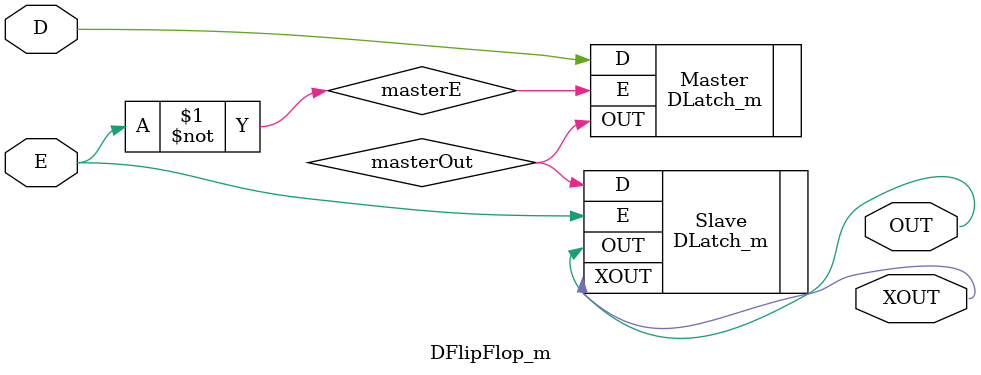
<source format=v>
`include "DLatch.v"

module DFlipFlop_m(

	input  wire E		,
	input  wire D		,

	output wire OUT		,
	output wire XOUT

);
	
	wire masterE;
	wire masterOut;

	assign masterE = ~E;


	DLatch_m Master (.E (masterE), .D (D        ), .OUT (masterOut));
	DLatch_m Slave  (.E (E      ), .D (masterOut), .OUT (OUT), .XOUT(XOUT));

endmodule
</source>
